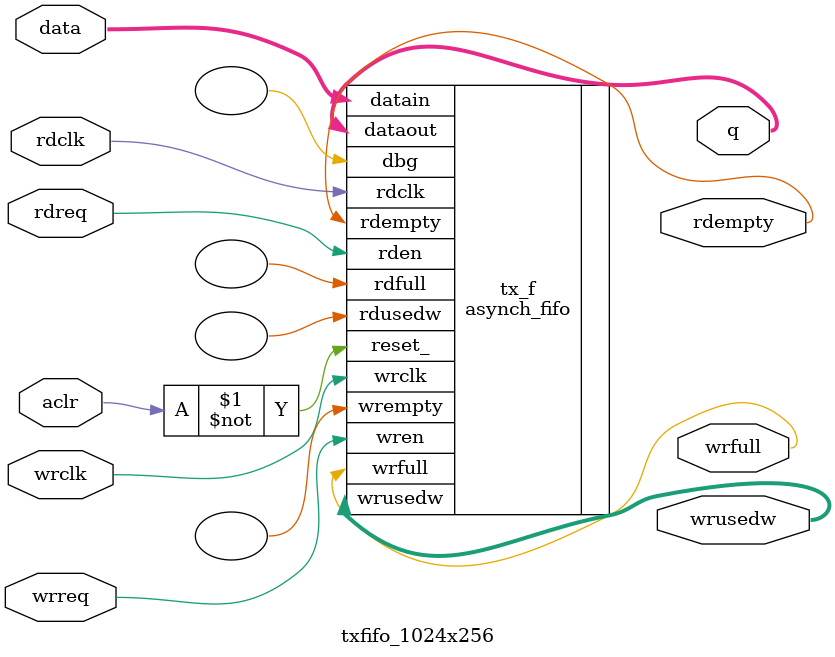
<source format=v>

`timescale 1ns/1ps
// synopsys translate_on

module txfifo_1024x256

(
			aclr,

			wrclk,     	// Clk for writing data  
			wrreq,     	// request to write
			data,       // Data coming in              
			wrfull,    	// indicates fifo is full or not (To avoid overiding)
		                           
            wrusedw,    // number of slots currently in use for writting                

		    rdclk,     	// Clk for reading data 
			rdreq,     	// Request to read from FIFO
			q, 	    	// Data coming out 
			rdempty  	// indicates fifo is empty or not (to avoid underflow)

);


	parameter WIDTH = 256,
			  DEPTH = 1024,
			  PTR	= 10;
			  
			  
			input  wire 				aclr;

			input  wire 				wrclk;      // Clk for writing data  
			input  wire 				wrreq;      // request to write 
			input  wire [WIDTH-1 : 0]	data;   	// Data coming in
			output wire					wrfull; 	// indicates fifo is full or not (To avoid overiding)
            output wire	[PTR  : 0]		wrusedw;	// number of slots currently in use for writting  

		    input  wire 				rdclk;    	// Clk for reading data
			input  wire 				rdreq;    	// Request to read from FIFO 
			output wire [WIDTH-1 : 0]	q; 	    	// Data coming out
			output wire 				rdempty;  	// indicates fifo is empty or not (to avoid underflow) 


asynch_fifo	#(.WIDTH ( WIDTH),		  				
					  	  .DEPTH (DEPTH),
					 	  .PTR	 (PTR) )		  	
 											
	tx_f (
			.reset_		(~aclr),		
			        	
			.wrclk		(wrclk),		// Clk to write data
			.wren		(wrreq),	   	// write enable
			.datain		(data),			// write data
			.wrfull		(wrfull),		// indicates fifo is full or not (To avoid overiding)
			.wrempty	(),				
			.wrusedw	(wrusedw),		// wrusedw -number of locations filled in fifo
                    	
			.rdclk		(rdclk),		// i-1, Clk to read data
			.rden		(rdreq),		// i-1, read enable of data FIFO
			.dataout	(q),			// Dataout of data FIFO
			.rdfull		(),				// indicates fifo is full or not (To avoid overiding) (Not used)
			.rdempty	(rdempty),		// indicates fifo is empty or not (to avoid underflow)
			.rdusedw	(),				

			.dbg		()

		 );
endmodule
</source>
